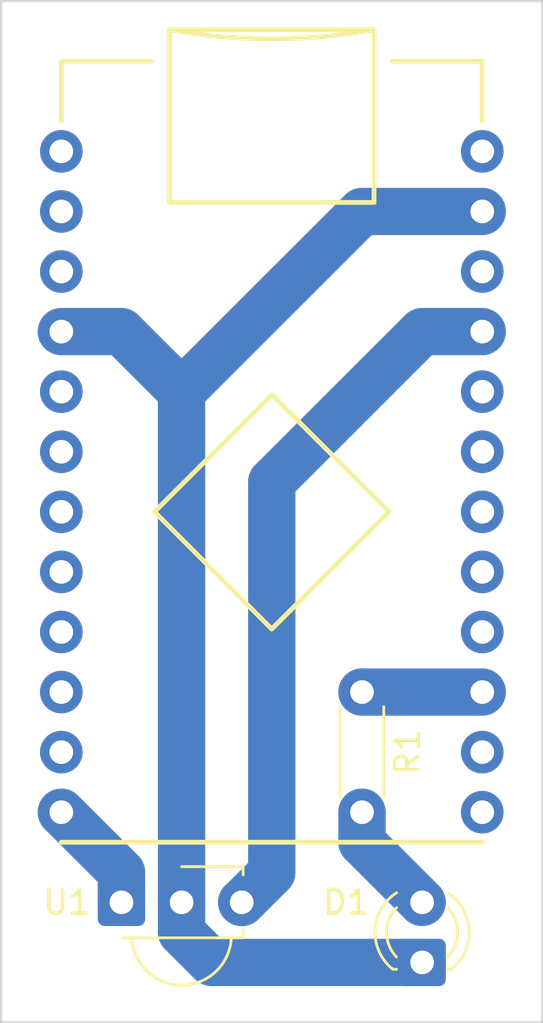
<source format=kicad_pcb>
(kicad_pcb (version 20241229) (generator "pcbnew") (generator_version "9.0")
  (layers (0 "F.Cu" signal) (2 "B.Cu" signal) (13 "F.Paste" user) (15 "B.Paste" user) (5 "F.SilkS" user "F.Silkscreen") (7 "B.SilkS" user "B.Silkscreen") (1 "F.Mask" user) (3 "B.Mask" user) (25 "Edge.Cuts" user))
  (net 0 "")
  (net 1 "Net-(D1-K)")
  (net 2 "Net-(D1-A)")
  (net 3 "Net-(U1-OUT)")
  (net 4 "+5V")
  (net 11 "Net-(U2-D14)")
  (footprint "Custom:Arduino_Pro_Micro" (layer "F.Cu") (at 151.13 93.98)
    (property "Reference" "U2")
    (property "Value" "Arduino_Pro_Micro")
    (fp_line (start -8.89 -16.51) (end -8.89 -13.97) (stroke (width 0.2032)) (layer "F.SilkS"))
    (fp_line (start -5.08 -16.51) (end -8.89 -16.51) (stroke (width 0.2032)) (layer "F.SilkS"))
    (fp_line (start -4.953 2.54) (end 0 7.493) (stroke (width 0.2032)) (layer "F.SilkS"))
    (fp_line (start -4.318 -17.8435) (end 4.318 -17.8435) (stroke (width 0.2032)) (layer "F.SilkS"))
    (fp_line (start -4.318 -10.541) (end -4.318 -17.8435) (stroke (width 0.2032)) (layer "F.SilkS"))
    (fp_line (start 0 -2.413) (end -4.953 2.54) (stroke (width 0.2032)) (layer "F.SilkS"))
    (fp_line (start 0 7.493) (end 4.953 2.54) (stroke (width 0.2032)) (layer "F.SilkS"))
    (fp_line (start 4.318 -17.8435) (end 4.318 -10.541) (stroke (width 0.2032)) (layer "F.SilkS"))
    (fp_line (start 4.318 -10.541) (end -4.318 -10.541) (stroke (width 0.2032)) (layer "F.SilkS"))
    (fp_line (start 4.953 2.54) (end 0 -2.413) (stroke (width 0.2032)) (layer "F.SilkS"))
    (fp_line (start 5.08 -16.51) (end 8.89 -16.51) (stroke (width 0.2032)) (layer "F.SilkS"))
    (fp_line (start 8.89 -16.51) (end 8.89 -13.97) (stroke (width 0.2032)) (layer "F.SilkS"))
    (fp_line (start 8.89 16.51) (end -8.89 16.51) (stroke (width 0.2032)) (layer "F.SilkS"))
    (fp_arc (start 4.318 -17.8435) (mid 0 -17.460445) (end -4.318 -17.8435) (stroke (width 0.2032)) (layer "F.SilkS"))
    (pad "1" thru_hole circle (at -8.89 -12.7) (size 1.8 1.8) (drill 1) (layers "*.Cu" "*.Mask"))
    (pad "2" thru_hole circle (at -8.89 -10.16) (size 1.8 1.8) (drill 1) (layers "*.Cu" "*.Mask"))
    (pad "3" thru_hole circle (at -8.89 -7.62) (size 1.8 1.8) (drill 1) (layers "*.Cu" "*.Mask") (net 1 "Net-(D1-K)"))
    (pad "4" thru_hole circle (at -8.89 -5.08) (size 1.8 1.8) (drill 1) (layers "*.Cu" "*.Mask") (net 1 "Net-(D1-K)"))
    (pad "5" thru_hole circle (at -8.89 -2.54) (size 1.8 1.8) (drill 1) (layers "*.Cu" "*.Mask"))
    (pad "6" thru_hole circle (at -8.89 0) (size 1.8 1.8) (drill 1) (layers "*.Cu" "*.Mask"))
    (pad "7" thru_hole circle (at -8.89 2.54) (size 1.8 1.8) (drill 1) (layers "*.Cu" "*.Mask"))
    (pad "8" thru_hole circle (at -8.89 5.08) (size 1.8 1.8) (drill 1) (layers "*.Cu" "*.Mask"))
    (pad "9" thru_hole circle (at -8.89 7.62) (size 1.8 1.8) (drill 1) (layers "*.Cu" "*.Mask"))
    (pad "10" thru_hole circle (at -8.89 10.16) (size 1.8 1.8) (drill 1) (layers "*.Cu" "*.Mask"))
    (pad "11" thru_hole circle (at -8.89 12.7) (size 1.8 1.8) (drill 1) (layers "*.Cu" "*.Mask"))
    (pad "12" thru_hole circle (at -8.89 15.24) (size 1.8 1.8) (drill 1) (layers "*.Cu" "*.Mask") (net 3 "Net-(U1-OUT)"))
    (pad "13" thru_hole circle (at 8.89 15.24) (size 1.8 1.8) (drill 1) (layers "*.Cu" "*.Mask"))
    (pad "14" thru_hole circle (at 8.89 12.7) (size 1.8 1.8) (drill 1) (layers "*.Cu" "*.Mask"))
    (pad "15" thru_hole circle (at 8.89 10.16) (size 1.8 1.8) (drill 1) (layers "*.Cu" "*.Mask") (net 11 "Net-(U2-D14)"))
    (pad "16" thru_hole circle (at 8.89 7.62) (size 1.8 1.8) (drill 1) (layers "*.Cu" "*.Mask"))
    (pad "17" thru_hole circle (at 8.89 5.08) (size 1.8 1.8) (drill 1) (layers "*.Cu" "*.Mask"))
    (pad "18" thru_hole circle (at 8.89 2.54) (size 1.8 1.8) (drill 1) (layers "*.Cu" "*.Mask"))
    (pad "19" thru_hole circle (at 8.89 0) (size 1.8 1.8) (drill 1) (layers "*.Cu" "*.Mask"))
    (pad "20" thru_hole circle (at 8.89 -2.54) (size 1.8 1.8) (drill 1) (layers "*.Cu" "*.Mask"))
    (pad "21" thru_hole circle (at 8.89 -5.08) (size 1.8 1.8) (drill 1) (layers "*.Cu" "*.Mask") (net 4 "+5V"))
    (pad "22" thru_hole circle (at 8.89 -7.62) (size 1.8 1.8) (drill 1) (layers "*.Cu" "*.Mask"))
    (pad "23" thru_hole circle (at 8.89 -10.16) (size 1.8 1.8) (drill 1) (layers "*.Cu" "*.Mask") (net 1 "Net-(D1-K)"))
    (pad "24" thru_hole circle (at 8.89 -12.7) (size 1.8 1.8) (drill 1) (layers "*.Cu" "*.Mask"))
  )
  (footprint "OptoDevice:Vishay_MINICAST-3Pin" (layer "F.Cu") (at 144.78 113.03)
    (property "Reference" "U1" (at -2.3 0 180) (layer "F.SilkS"))
    (property "Value" "VS1838B")
    (fp_line (start 5.14 -1.51) (end 2.54 -1.51) (stroke (width 0.12)) (layer "F.SilkS"))
    (fp_line (start 5.14 -1.16) (end 5.14 -1.51) (stroke (width 0.12)) (layer "F.SilkS"))
    (fp_line (start 5.14 1.16) (end 5.14 1.5) (stroke (width 0.12)) (layer "F.SilkS"))
    (fp_line (start 5.14 1.5) (end 0.05 1.5) (stroke (width 0.12)) (layer "F.SilkS"))
    (fp_arc (start 4.64 1.5) (mid 2.540869 3.502379) (end 0.440083 1.501736) (stroke (width 0.12)) (layer "F.SilkS"))
    (pad "1" thru_hole roundrect (at 0 0) (size 2 2) (drill 1) (layers "*.Cu" "*.Mask") (roundrect_rratio 0.139) (net 3 "Net-(U1-OUT)"))
    (pad "2" thru_hole circle (at 2.54 0) (size 2 2) (drill 1) (layers "*.Cu" "*.Mask") (net 1 "Net-(D1-K)"))
    (pad "3" thru_hole circle (at 5.08 0) (size 2 2) (drill 1) (layers "*.Cu" "*.Mask") (net 4 "+5V"))
  )
  (footprint "LED_THT:LED_D3.0mm" (layer "F.Cu") (at 157.48 115.57 90)
    (property "Reference" "D1" (at 2.54 -3.2 0) (layer "F.SilkS"))
    (property "Value" "LED" (hide yes))
    (fp_line (start -0.29 -1.236) (end -0.29 -1.08) (stroke (width 0.12)) (layer "F.SilkS"))
    (fp_line (start -0.29 1.08) (end -0.29 1.236) (stroke (width 0.12)) (layer "F.SilkS"))
    (fp_arc (start -0.29 -1.235516) (mid 1.36566 -1.987699) (end 2.941437 -1.08) (stroke (width 0.12)) (layer "F.SilkS"))
    (fp_arc (start 0.229039 -1.08) (mid 1.27 -1.5) (end 2.310961 -1.08) (stroke (width 0.12)) (layer "F.SilkS"))
    (fp_arc (start 2.941437 1.08) (mid 1.36566 1.987699) (end -0.29 1.235516) (stroke (width 0.12)) (layer "F.SilkS"))
    (fp_arc (start 2.310961 1.08) (mid 1.27 1.5) (end 0.229039 1.08) (stroke (width 0.12)) (layer "F.SilkS"))
    (pad "1" thru_hole roundrect (at 0 0 90) (size 2 2) (drill 1) (layers "*.Cu" "*.Mask") (roundrect_rratio 0.1388888889) (net 1 "Net-(D1-K)"))
    (pad "2" thru_hole circle (at 2.54 0 90) (size 2 2) (drill 1) (layers "*.Cu" "*.Mask") (net 2 "Net-(D1-A)"))
  )
  (footprint "Resistor_THT:R_Axial_DIN0204_L3.6mm_D1.6mm_P5.08mm_Horizontal" (layer "F.Cu") (at 154.94 104.14 -90)
    (property "Reference" "R1" (at 2.54 -1.92 270) (layer "F.SilkS"))
    (property "Value" "10K")
    (fp_line (start 0.62 0.92) (end 4.46 0.92) (stroke (width 0.12)) (layer "F.SilkS"))
    (fp_line (start 0.62 -0.92) (end 4.46 -0.92) (stroke (width 0.12)) (layer "F.SilkS"))
    (pad "1" thru_hole circle (at 0 0 270) (size 2 2) (drill 1) (layers "*.Cu" "*.Mask") (net 11 "Net-(U2-D14)"))
    (pad "2" thru_hole circle (at 5.08 0 270) (size 2 2) (drill 1) (layers "*.Cu" "*.Mask") (net 2 "Net-(D1-A)"))
  )
  (gr_line (start 139.7 118.11) (end 162.56 118.11) (stroke (width 0.1)) (layer "Edge.Cuts"))
  (gr_line (start 139.7 74.93) (end 139.7 118.11) (stroke (width 0.1)) (layer "Edge.Cuts"))
  (gr_line (start 162.56 118.11) (end 162.56 74.93) (stroke (width 0.1)) (layer "Edge.Cuts"))
  (gr_line (start 162.56 74.93) (end 139.7 74.93) (stroke (width 0.1)) (layer "Edge.Cuts"))
  (segment (start 147.32 91.44) (end 154.94 83.82) (width 2) (layer "B.Cu") (net 1))
  (segment (start 147.32 113.03) (end 147.32 91.44) (width 2) (layer "B.Cu") (net 1))
  (segment (start 154.94 83.82) (end 160.02 83.82) (width 2) (layer "B.Cu") (net 1))
  (segment (start 148.59 115.57) (end 147.32 114.3) (width 2) (layer "B.Cu") (net 1))
  (segment (start 157.48 115.57) (end 148.59 115.57) (width 2) (layer "B.Cu") (net 1))
  (segment (start 144.78 88.9) (end 142.24 88.9) (width 2) (layer "B.Cu") (net 1))
  (segment (start 147.32 91.44) (end 144.78 88.9) (width 2) (layer "B.Cu") (net 1))
  (segment (start 147.32 114.3) (end 147.32 113.03) (width 2) (layer "B.Cu") (net 1))
  (segment (start 154.94 110.49) (end 157.48 113.03) (width 2) (layer "B.Cu") (net 2))
  (segment (start 154.94 109.22) (end 154.94 110.49) (width 2) (layer "B.Cu") (net 2))
  (segment (start 144.78 113.03) (end 144.78 111.76) (width 2) (layer "B.Cu") (net 3))
  (segment (start 144.78 111.76) (end 142.24 109.22) (width 2) (layer "B.Cu") (net 3))
  (segment (start 149.86 113.04) (end 151.13 111.77) (width 2) (layer "B.Cu") (net 4))
  (segment (start 157.48 88.9) (end 160.02 88.9) (width 2) (layer "B.Cu") (net 4))
  (segment (start 151.13 111.77) (end 151.13 95.25) (width 2) (layer "B.Cu") (net 4))
  (segment (start 151.13 95.25) (end 157.48 88.9) (width 2) (layer "B.Cu") (net 4))
  (segment (start 154.94 104.14) (end 160.02 104.14) (width 2) (layer "B.Cu") (net 11))
)
</source>
